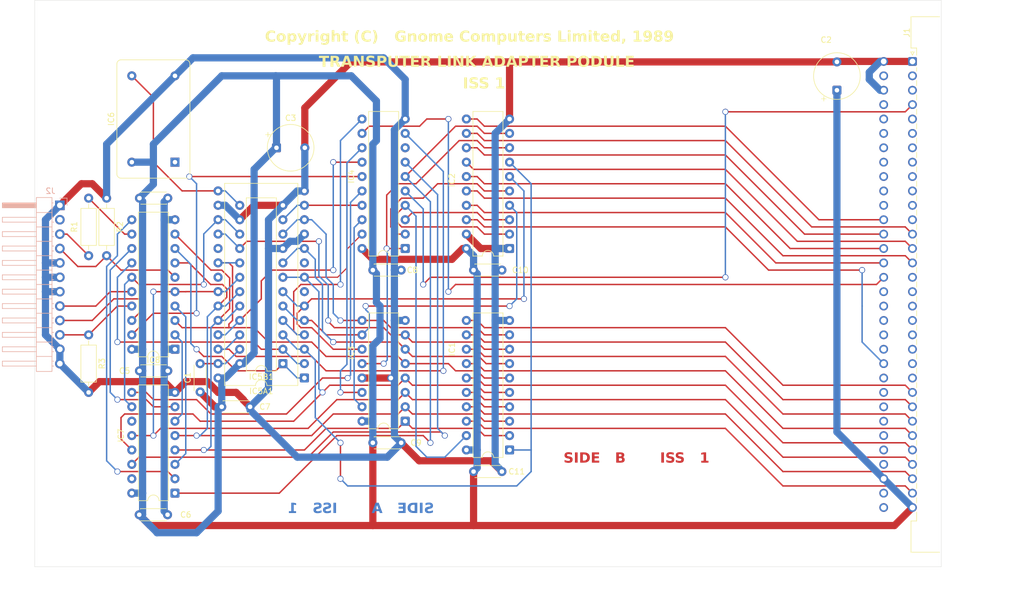
<source format=kicad_pcb>
(kicad_pcb (version 20241229) (generator "pcbnew") (generator_version "9.0")
  (title_block (title "TRANSPUTER LINK PODULE") (rev "ISS 1") (company "Gnome Computers Ltd, 1989") (comment 1 "Recreated by Phil Pemberton"))
  (layers (0 "F.Cu" signal) (2 "B.Cu" signal) (13 "F.Paste" user) (15 "B.Paste" user) (5 "F.SilkS" user "F.Silkscreen") (7 "B.SilkS" user "B.Silkscreen") (1 "F.Mask" user) (3 "B.Mask" user) (25 "Edge.Cuts" user))
  (net 0 "")
  (net 2 "/~{PROM_CE}")
  (net 48 "Net-(IC8-1Y3)")
  (net 49 "GND")
  (net 50 "+5V")
  (net 51 "/BD2")
  (net 52 "/BD5")
  (net 53 "/BD0")
  (net 54 "/BD4")
  (net 55 "/BD7")
  (net 56 "/BD6")
  (net 57 "/BD3")
  (net 58 "/BD1")
  (net 59 "/LA3")
  (net 60 "/PR{slash}~{W}")
  (net 61 "/LA4")
  (net 62 "/LA2")
  (net 63 "/~{RST}")
  (net 64 "/~{IORD}")
  (net 65 "/~{IOWR}")
  (net 66 "/~{PIRQ}")
  (net 67 "/~{PS}")
  (net 68 "/LA13")
  (net 69 "/~{RST}_BUF")
  (net 70 "/~{IOWR}_BUF")
  (net 71 "/~{IORD}_BUF")
  (net 72 "/~{PS}_BUF")
  (net 73 "/B_BD7")
  (net 74 "/B_BD0")
  (net 75 "/B_BD5")
  (net 76 "/B_BD3")
  (net 77 "/B_BD2")
  (net 78 "/B_BD1")
  (net 79 "/B_BD6")
  (net 80 "/B_BD4")
  (net 81 "/PR{slash}~{W}_BUF")
  (net 82 "/LA2_BUF")
  (net 83 "/LA4_BUF")
  (net 84 "/LA3_BUF")
  (net 85 "/PROM_A4")
  (net 86 "/CSRWrite")
  (net 87 "/~{CSR_ChipReset}")
  (net 88 "/CSR_ResetOut")
  (net 89 "/~{CSR_ResetOut}")
  (net 90 "/CSR_LinkSpeed")
  (net 91 "/~{CSR_AnalyseOut}")
  (net 92 "/CSR_AnalyseOut")
  (net 93 "/IMS_LinkOut")
  (net 94 "/EXT_AnalyseOut")
  (net 95 "/IMS_LinkIn")
  (net 96 "/EXT_ResetOut")
  (net 97 "/EXT_ErrorIn")
  (net 98 "/EXT_LinkIn")
  (net 99 "/EXT_LinkOut")
  (net 100 "/IMS_Reset")
  (net 101 "/IMS_~{CS}")
  (net 102 "/IMS_Clk")
  (net 103 "/IMS_InputInt")
  (net 104 "/IMS_CapMinus")
  (net 105 "/IMS_OutputInt")
  (net 106 "/~{CSRRead}")
  (footprint "Capacitor_THT:CP_Radial_Tantal_D8.0mm_P5.00mm" (layer "F.Cu") (at 154.305 27.94 90)
    (property "Reference" "C2")
    (property "Value" "6u8 16V TANT")
  )
  (footprint "Capacitor_THT:C_Disc_D4.3mm_W1.9mm_P5.00mm" (layer "F.Cu") (at 41.91 81.2 90)
    (property "Reference" "C1")
    (property "Value" "1u CER")
  )
  (footprint "Capacitor_THT:C_Disc_D4.3mm_W1.9mm_P5.00mm" (layer "F.Cu") (at 90.17 95.25)
    (property "Reference" "C11")
    (property "Value" "10n" (hide yes))
  )
  (footprint "Capacitor_THT:C_Disc_D4.3mm_W1.9mm_P5.00mm" (layer "F.Cu") (at 31.195 77.47)
    (property "Reference" "C5")
    (property "Value" "10n" (hide yes))
  )
  (footprint "Package_DIP:DIP-16_W7.62mm" (layer "F.Cu") (at 78.105 86.36 180)
    (property "Reference" "IC3")
    (property "Value" "N82S123AN")
  )
  (footprint "Connector_DIN:DIN41612_C_2x32_Male_Horizontal_THT" (layer "F.Cu") (at 167.64 22.86 -90)
    (property "Reference" "J1")
    (property "Value" "DIN41612_02x32_AC")
  )
  (footprint "Capacitor_THT:C_Disc_D4.3mm_W1.9mm_P5.00mm" (layer "F.Cu") (at 45.72 83.82)
    (property "Reference" "C7")
    (property "Value" "10n" (hide yes))
  )
  (footprint "Package_DIP:DIP-28_W15.24mm" (layer "F.Cu") (at 60.31 78.73 180)
    (property "Reference" "IC5A1")
    (property "Value" "IMSC011")
  )
  (footprint "Oscillator:Oscillator_DIP-14" (layer "F.Cu") (at 37.465 40.64 90)
    (property "Reference" "IC6")
    (property "Value" "5MHZ")
  )
  (footprint "Capacitor_THT:C_Disc_D4.3mm_W1.9mm_P5.00mm" (layer "F.Cu") (at 72.39 59.69)
    (property "Reference" "C8")
    (property "Value" "10n" (hide yes))
  )
  (footprint "Resistor_THT:R_Axial_DIN0207_L6.3mm_D2.5mm_P10.16mm_Horizontal" (layer "F.Cu") (at 22.225 46.99 -90)
    (property "Reference" "R1")
    (property "Value" "100R" (hide yes))
  )
  (footprint "Package_DIP:DIP-20_W7.62mm" (layer "F.Cu") (at 37.465 73.66 180)
    (property "Reference" "IC8")
    (property "Value" "74HCT244")
  )
  (footprint "Capacitor_THT:C_Disc_D4.3mm_W1.9mm_P5.00mm" (layer "F.Cu") (at 90.17 59.69)
    (property "Reference" "C10")
    (property "Value" "10n" (hide yes))
  )
  (footprint "Capacitor_THT:CP_Radial_Tantal_D8.0mm_P5.00mm" (layer "F.Cu") (at 55.382349 38.1)
    (property "Reference" "C3")
    (property "Value" "6u8 16V TANT" (hide yes))
  )
  (footprint "Package_DIP:DIP-16_W7.62mm" (layer "F.Cu") (at 37.465 99.06 180)
    (property "Reference" "IC7")
    (property "Value" "74HCT175")
  )
  (footprint "Resistor_THT:R_Axial_DIN0207_L6.3mm_D2.5mm_P10.16mm_Horizontal" (layer "F.Cu") (at 22.225 71.12 -90)
    (property "Reference" "R3")
    (property "Value" "100k" (hide yes))
  )
  (footprint "Package_DIP:DIP-20_W7.62mm" (layer "F.Cu") (at 96.52 91.44 180)
    (property "Reference" "IC1")
    (property "Value" "74HCT245")
  )
  (footprint "Package_DIP:DIP-24_W7.62mm" (layer "F.Cu") (at 56.515 76.2 180)
    (property "Reference" "IC5B1")
    (property "Value" "IMSC012")
  )
  (footprint "Capacitor_THT:C_Disc_D4.3mm_W1.9mm_P5.00mm" (layer "F.Cu") (at 72.39 90.17)
    (property "Reference" "C9")
    (property "Value" "10n" (hide yes))
  )
  (footprint "Resistor_THT:R_Axial_DIN0207_L6.3mm_D2.5mm_P10.16mm_Horizontal" (layer "F.Cu") (at 25.4 46.99 -90)
    (property "Reference" "R2")
    (property "Value" "10k" (hide yes))
  )
  (footprint "Capacitor_THT:C_Disc_D4.3mm_W1.9mm_P5.00mm" (layer "F.Cu") (at 31.155 102.87)
    (property "Reference" "C6")
    (property "Value" "10n" (hide yes))
  )
  (footprint "Capacitor_THT:C_Disc_D4.3mm_W1.9mm_P5.00mm" (layer "F.Cu") (at 31.195 46.99)
    (property "Reference" "C4" (hide yes))
    (property "Value" "10n" (hide yes))
  )
  (footprint "Package_DIP:DIP-20_W7.62mm" (layer "F.Cu") (at 78.105 55.88 180)
    (property "Reference" "IC4")
    (property "Value" "PAL16L8-25")
  )
  (footprint "Package_DIP:DIP-20_W7.62mm" (layer "F.Cu") (at 96.52 55.88 180)
    (property "Reference" "IC2")
    (property "Value" "74HCT245")
  )
  (footprint "Connector_PinHeader_2.54mm:PinHeader_1x12_P2.54mm_Horizontal" (layer "B.Cu") (at 17.145 48.26 180)
    (property "Reference" "J2")
    (property "Value" "Conn_01x12")
  )
  (gr_line (start 172.71 12.065) (end 172.71 112.065) (stroke (width 0.05)) (layer "Edge.Cuts"))
  (gr_line (start 172.71 112.065) (end 12.71 112.065) (stroke (width 0.05)) (layer "Edge.Cuts"))
  (gr_line (start 12.71 112.065) (end 12.71 12.065) (stroke (width 0.05)) (layer "Edge.Cuts"))
  (gr_line (start 12.71 12.065) (end 172.71 12.065) (stroke (width 0.05)) (layer "Edge.Cuts"))
  (gr_text "SIDE   B       ISS   1" (at 106.045 93.98 0) (layer "F.Cu") (effects (font (size 1.778 1.778) (thickness 0.3556) (bold yes)) (justify left bottom)))
  (gr_text "SIDE   A       ISS   1" (at 83.185 102.87 0) (layer "B.Cu") (effects (font (size 1.778 1.778) (thickness 0.3) (bold yes)) (justify left bottom mirror)))
  (gr_text "Copyright (C)   Gnome Computers Limited, 1989" (at 53.34 19.685 0) (layer "F.SilkS") (effects (font (size 1.905 1.905) (thickness 0.3) (bold yes)) (justify left bottom)))
  (gr_text "TRANSPUTER LINK ADAPTER PODULE" (at 62.865 24.13 0) (layer "F.SilkS") (effects (font (size 1.905 1.905) (thickness 0.3) (bold yes)) (justify left bottom)))
  (gr_text "ISS 1" (at 88.265 27.94 0) (layer "F.SilkS") (effects (font (size 1.905 1.905) (thickness 0.3) (bold yes)) (justify left bottom)))
  (segment (start 69.088 52.197) (end 70.485 50.8) (width 0.254) (layer "B.Cu") (net 2))
  (segment (start 69.088 82.423) (end 69.088 52.197) (width 0.254) (layer "B.Cu") (net 2))
  (segment (start 70.485 83.82) (end 69.088 82.423) (width 0.254) (layer "B.Cu") (net 2))
  (segment (start 29.845 53.34) (end 28.575 53.34) (width 0.254) (layer "F.Cu") (net 48))
  (segment (start 28.575 53.34) (end 22.225 46.99) (width 0.254) (layer "F.Cu") (net 48))
  (segment (start 93.345 93.425) (end 93.345 93.345) (width 1.27) (layer "F.Cu") (net 49))
  (segment (start 48.26 81.28) (end 49.53 82.55) (width 1.27) (layer "F.Cu") (net 49))
  (segment (start 96.52 55.88) (end 91.44 55.88) (width 1.27) (layer "F.Cu") (net 49))
  (segment (start 93.345 93.345) (end 80.565 93.345) (width 1.27) (layer "F.Cu") (net 49))
  (segment (start 95.17 95.25) (end 93.345 93.425) (width 1.27) (layer "F.Cu") (net 49))
  (segment (start 24.13 79.375) (end 35.56 79.375) (width 1.27) (layer "F.Cu") (net 49))
  (segment (start 49.53 82.55) (end 49.53 82.63) (width 1.27) (layer "F.Cu") (net 49))
  (segment (start 39.37 79.375) (end 43.18 79.375) (width 1.27) (layer "F.Cu") (net 49))
  (segment (start 43.18 79.375) (end 45.085 81.28) (width 1.27) (layer "F.Cu") (net 49))
  (segment (start 167.64 22.86) (end 162.56 22.86) (width 1.27) (layer "F.Cu") (net 49))
  (segment (start 48.895 50.8) (end 51.435 48.26) (width 1.27) (layer "F.Cu") (net 49))
  (segment (start 154.305 22.94) (end 96.52 22.94) (width 1.27) (layer "F.Cu") (net 49))
  (segment (start 37.465 81.28) (end 39.37 79.375) (width 1.27) (layer "F.Cu") (net 49))
  (segment (start 17.145 48.26) (end 20.955 44.45) (width 1.27) (layer "F.Cu") (net 49))
  (segment (start 96.52 22.94) (end 68.5 22.94) (width 1.27) (layer "F.Cu") (net 49))
  (segment (start 49.53 82.63) (end 50.72 83.82) (width 1.27) (layer "F.Cu") (net 49))
  (segment (start 22.225 81.28) (end 24.13 79.375) (width 1.27) (layer "F.Cu") (net 49))
  (segment (start 45.085 81.28) (end 48.26 81.28) (width 1.27) (layer "F.Cu") (net 49))
  (segment (start 91.44 55.88) (end 88.9 53.34) (width 1.27) (layer "F.Cu") (net 49))
  (segment (start 154.385 22.86) (end 154.305 22.94) (width 1.27) (layer "F.Cu") (net 49))
  (segment (start 162.56 22.86) (end 154.385 22.86) (width 1.27) (layer "F.Cu") (net 49))
  (segment (start 96.52 33.02) (end 96.52 22.94) (width 1.27) (layer "F.Cu") (net 49))
  (segment (start 51.435 48.26) (end 56.515 48.26) (width 1.27) (layer "F.Cu") (net 49))
  (segment (start 77.39 90.17) (end 80.565 93.345) (width 1.27) (layer "F.Cu") (net 49))
  (segment (start 35.56 79.375) (end 37.465 81.28) (width 1.27) (layer "F.Cu") (net 49))
  (segment (start 20.955 44.45) (end 22.86 44.45) (width 1.27) (layer "F.Cu") (net 49))
  (segment (start 60.382349 31.057651) (end 60.382349 38.1) (width 1.27) (layer "F.Cu") (net 49))
  (segment (start 22.86 44.45) (end 25.4 46.99) (width 1.27) (layer "F.Cu") (net 49))
  (segment (start 68.5 22.94) (end 60.382349 31.057651) (width 1.27) (layer "F.Cu") (net 49))
  (segment (start 70.485 78.74) (end 75.565 78.74) (width 1.27) (layer "F.Cu") (net 49))
  (via (at 75.565 78.74) (size 1.0668) (drill 0.8128) (layers "F.Cu" "B.Cu") (net 49))
  (segment (start 74.93 92.71) (end 77.39 90.25) (width 1.27) (layer "B.Cu") (net 49))
  (segment (start 17.145 58.42) (end 14.605 58.42) (width 1.27) (layer "B.Cu") (net 49))
  (segment (start 96.52 68.58) (end 93.98 68.58) (width 1.27) (layer "B.Cu") (net 49))
  (segment (start 161.925 27.94) (end 160.02 26.035) (width 1.27) (layer "B.Cu") (net 49))
  (segment (start 76.2 78.74) (end 75.565 78.74) (width 1.27) (layer "B.Cu") (net 49))
  (segment (start 17.145 63.5) (end 14.605 63.5) (width 1.27) (layer "B.Cu") (net 49))
  (segment (start 93.98 68.58) (end 93.98 59.69) (width 1.27) (layer "B.Cu") (net 49))
  (segment (start 35.56 77.47) (end 35.56 73.66) (width 1.27) (layer "B.Cu") (net 49))
  (segment (start 14.605 60.96) (end 14.605 58.42) (width 1.27) (layer "B.Cu") (net 49))
  (segment (start 37.465 50.8) (end 35.56 50.8) (width 1.27) (layer "B.Cu") (net 49))
  (segment (start 37.465 73.66) (end 35.56 73.66) (width 1.27) (layer "B.Cu") (net 49))
  (segment (start 161.925 22.86) (end 160.02 24.765) (width 1.27) (layer "B.Cu") (net 49))
  (segment (start 95.17 95.17) (end 95.17 95.25) (width 1.27) (layer "B.Cu") (net 49))
  (segment (start 60.382349 45.662651) (end 60.382349 38.1) (width 1.27) (layer "B.Cu") (net 49))
  (segment (start 76.2 88.98) (end 76.2 78.74) (width 1.27) (layer "B.Cu") (net 49))
  (segment (start 37.465 81.28) (end 35.56 81.28) (width 1.27) (layer "B.Cu") (net 49))
  (segment (start 35.56 50.8) (end 35.56 47.625) (width 1.27) (layer "B.Cu") (net 49))
  (segment (start 96.52 55.88) (end 93.98 55.88) (width 1.27) (layer "B.Cu") (net 49))
  (segment (start 53.975 55.88) (end 53.975 50.8) (width 1.27) (layer "B.Cu") (net 49))
  (segment (start 77.39 90.17) (end 76.2 88.98) (width 1.27) (layer "B.Cu") (net 49))
  (segment (start 93.98 68.58) (end 93.98 93.98) (width 1.27) (layer "B.Cu") (net 49))
  (segment (start 59.03 54.61) (end 57.785 54.61) (width 1.27) (layer "B.Cu") (net 49))
  (segment (start 93.98 35.56) (end 96.52 33.02) (width 1.27) (layer "B.Cu") (net 49))
  (segment (start 50.72 84.375) (end 59.055 92.71) (width 1.27) (layer "B.Cu") (net 49))
  (segment (start 25.4 46.99) (end 25.4 37.465) (width 1.27) (layer "B.Cu") (net 49))
  (segment (start 77.39 90.25) (end 77.39 90.17) (width 1.27) (layer "B.Cu") (net 49))
  (segment (start 59.055 45.72) (end 60.325 45.72) (width 1.27) (layer "B.Cu") (net 49))
  (segment (start 160.02 26.035) (end 160.02 24.765) (width 1.27) (layer "B.Cu") (net 49))
  (segment (start 35.56 73.66) (end 35.56 50.8) (width 1.27) (layer "B.Cu") (net 49))
  (segment (start 14.605 71.12) (end 14.605 63.5) (width 1.27) (layer "B.Cu") (net 49))
  (segment (start 17.145 76.2) (end 17.145 73.66) (width 1.27) (layer "B.Cu") (net 49))
  (segment (start 14.605 63.5) (end 14.605 60.96) (width 1.27) (layer "B.Cu") (net 49))
  (segment (start 53.895 80.645) (end 53.975 80.645) (width 1.27) (layer "B.Cu") (net 49))
  (segment (start 162.56 22.86) (end 161.925 22.86) (width 1.27) (layer "B.Cu") (net 49))
  (segment (start 17.145 60.96) (end 14.605 60.96) (width 1.27) (layer "B.Cu") (net 49))
  (segment (start 14.605 58.42) (end 14.605 50.8) (width 1.27) (layer "B.Cu") (net 49))
  (segment (start 93.98 59.69) (end 93.98 55.88) (width 1.27) (layer "B.Cu") (net 49))
  (segment (start 17.145 76.2) (end 22.225 81.28) (width 1.27) (layer "B.Cu") (net 49))
  (segment (start 53.975 50.8) (end 59.055 45.72) (width 1.27) (layer "B.Cu") (net 49))
  (segment (start 25.4 37.465) (end 37.465 25.4) (width 1.27) (layer "B.Cu") (net 49))
  (segment (start 17.145 73.66) (end 14.605 71.12) (width 1.27) (layer "B.Cu") (net 49))
  (segment (start 78.105 33.02) (end 76.2 34.925) (width 1.27) (layer "B.Cu") (net 49))
  (segment (start 36.195 77.47) (end 35.56 77.47) (width 1.27) (layer "B.Cu") (net 49))
  (segment (start 74.295 22.225) (end 40.64 22.225) (width 1.27) (layer "B.Cu") (net 49))
  (segment (start 56.515 55.88) (end 53.975 55.88) (width 1.27) (layer "B.Cu") (net 49))
  (segment (start 36.155 102.87) (end 36.155 102.83) (width 1.27) (layer "B.Cu") (net 49))
  (segment (start 35.56 102.235) (end 35.56 81.28) (width 1.27) (layer "B.Cu") (net 49))
  (segment (start 46.345 48.25) (end 48.895 50.8) (width 1.27) (layer "B.Cu") (net 49))
  (segment (start 76.2 68.58) (end 76.2 59.69) (width 1.27) (layer "B.Cu") (net 49))
  (segment (start 93.98 55.88) (end 93.98 35.56) (width 1.27) (layer "B.Cu") (net 49))
  (segment (start 45.07 48.25) (end 46.345 48.25) (width 1.27) (layer "B.Cu") (net 49))
  (segment (start 57.785 54.61) (end 56.515 55.88) (width 1.27) (layer "B.Cu") (net 49))
  (segment (start 35.56 47.625) (end 36.195 46.99) (width 1.27) (layer "B.Cu") (net 49))
  (segment (start 78.105 33.02) (end 78.105 26.035) (width 1.27) (layer "B.Cu") (net 49))
  (segment (start 35.56 81.28) (end 35.56 77.47) (width 1.27) (layer "B.Cu") (net 49))
  (segment (start 60.325 45.72) (end 60.382349 45.662651) (width 1.27) (layer "B.Cu") (net 49))
  (segment (start 93.98 93.98) (end 95.17 95.17) (width 1.27) (layer "B.Cu") (net 49))
  (segment (start 60.31 53.33) (end 59.03 54.61) (width 1.27) (layer "B.Cu") (net 49))
  (segment (start 78.105 68.58) (end 76.2 68.58) (width 1.27) (layer "B.Cu") (net 49))
  (segment (start 76.2 34.925) (end 76.2 59.69) (width 1.27) (layer "B.Cu") (net 49))
  (segment (start 93.98 59.69) (end 95.17 59.69) (width 1.27) (layer "B.Cu") (net 49))
  (segment (start 50.72 83.82) (end 53.895 80.645) (width 1.27) (layer "B.Cu") (net 49))
  (segment (start 36.155 102.83) (end 35.56 102.235) (width 1.27) (layer "B.Cu") (net 49))
  (segment (start 59.055 92.71) (end 74.93 92.71) (width 1.27) (layer "B.Cu") (net 49))
  (segment (start 50.72 83.82) (end 50.72 84.375) (width 1.27) (layer "B.Cu") (net 49))
  (segment (start 14.605 50.8) (end 17.145 48.26) (width 1.27) (layer "B.Cu") (net 49))
  (segment (start 40.64 22.225) (end 37.465 25.4) (width 1.27) (layer "B.Cu") (net 49))
  (segment (start 162.56 27.94) (end 161.925 27.94) (width 1.27) (layer "B.Cu") (net 49))
  (segment (start 76.2 78.74) (end 76.2 68.58) (width 1.27) (layer "B.Cu") (net 49))
  (segment (start 77.39 59.69) (end 76.2 59.69) (width 1.27) (layer "B.Cu") (net 49))
  (segment (start 78.105 26.035) (end 74.295 22.225) (width 1.27) (layer "B.Cu") (net 49))
  (segment (start 53.975 80.645) (end 53.975 55.88) (width 1.27) (layer "B.Cu") (net 49))
  (segment (start 88.9 55.88) (end 88.265 55.88) (width 1.27) (layer "F.Cu") (net 50))
  (segment (start 72.39 104.775) (end 90.17 104.775) (width 1.27) (layer "F.Cu") (net 50))
  (segment (start 33.06 104.775) (end 72.39 104.775) (width 1.27) (layer "F.Cu") (net 50))
  (segment (start 86.36 57.785) (end 72.39 57.785) (width 1.27) (layer "F.Cu") (net 50))
  (segment (start 44.45 83.82) (end 45.72 83.82) (width 1.27) (layer "F.Cu") (net 50))
  (segment (start 72.39 57.785) (end 70.485 55.88) (width 1.27) (layer "F.Cu") (net 50))
  (segment (start 88.265 55.88) (end 86.36 57.785) (width 1.27) (layer "F.Cu") (net 50))
  (segment (start 44.45 83.74) (end 44.45 83.82) (width 1.27) (layer "F.Cu") (net 50))
  (segment (start 72.39 90.17) (end 72.39 104.775) (width 1.27) (layer "F.Cu") (net 50))
  (segment (start 90.17 95.25) (end 90.17 104.775) (width 1.27) (layer "F.Cu") (net 50))
  (segment (start 41.91 81.2) (end 44.45 83.74) (width 1.27) (layer "F.Cu") (net 50))
  (segment (start 164.465 104.775) (end 167.64 101.6) (width 1.27) (layer "F.Cu") (net 50))
  (segment (start 31.155 102.87) (end 33.06 104.775) (width 1.27) (layer "F.Cu") (net 50))
  (segment (start 90.17 104.775) (end 164.465 104.775) (width 1.27) (layer "F.Cu") (net 50))
  (segment (start 90.805 60.325) (end 90.805 91.44) (width 1.27) (layer "B.Cu") (net 50))
  (segment (start 68.58 25.4) (end 73.025 29.845) (width 1.27) (layer "B.Cu") (net 50))
  (segment (start 55.382349 25.537349) (end 55.245 25.4) (width 1.27) (layer "B.Cu") (net 50))
  (segment (start 31.75 99.06) (end 29.845 99.06) (width 1.27) (layer "B.Cu") (net 50))
  (segment (start 31.75 73.66) (end 31.75 47.545) (width 1.27) (layer "B.Cu") (net 50))
  (segment (start 31.155 102.87) (end 34.29 106.005) (width 1.27) (layer "B.Cu") (net 50))
  (segment (start 72.39 86.36) (end 72.39 90.17) (width 1.27) (layer "B.Cu") (net 50))
  (segment (start 33.655 44.53) (end 33.655 40.64) (width 1.27) (layer "B.Cu") (net 50))
  (segment (start 31.75 102.87) (end 31.75 99.06) (width 1.27) (layer "B.Cu") (net 50))
  (segment (start 33.655 37.465) (end 45.72 25.4) (width 1.27) (layer "B.Cu") (net 50))
  (segment (start 72.39 37.465) (end 72.39 59.69) (width 1.27) (layer "B.Cu") (net 50))
  (segment (start 90.17 95.25) (end 90.805 94.615) (width 1.27) (layer "B.Cu") (net 50))
  (segment (start 51.435 74.295) (end 49.53 76.2) (width 1.27) (layer "B.Cu") (net 50))
  (segment (start 73.66 66.04) (end 73.025 65.405) (width 1.27) (layer "B.Cu") (net 50))
  (segment (start 73.025 65.405) (end 73.025 60.325) (width 1.27) (layer "B.Cu") (net 50))
  (segment (start 45.72 25.4) (end 55.245 25.4) (width 1.27) (layer "B.Cu") (net 50))
  (segment (start 90.17 57.15) (end 88.9 55.88) (width 1.27) (layer "B.Cu") (net 50))
  (segment (start 55.245 25.4) (end 68.58 25.4) (width 1.27) (layer "B.Cu") (net 50))
  (segment (start 90.17 59.69) (end 90.17 57.15) (width 1.27) (layer "B.Cu") (net 50))
  (segment (start 70.485 86.36) (end 72.39 86.36) (width 1.27) (layer "B.Cu") (net 50))
  (segment (start 90.805 91.44) (end 88.9 91.44) (width 1.27) (layer "B.Cu") (net 50))
  (segment (start 33.655 40.64) (end 29.845 40.64) (width 1.27) (layer "B.Cu") (net 50))
  (segment (start 162.56 96.52) (end 167.64 101.6) (width 1.27) (layer "B.Cu") (net 50))
  (segment (start 73.025 36.83) (end 72.39 37.465) (width 1.27) (layer "B.Cu") (net 50))
  (segment (start 48.895 76.2) (end 46.355 78.74) (width 1.27) (layer "B.Cu") (net 50))
  (segment (start 45.72 83.82) (end 45.72 78.74) (width 1.27) (layer "B.Cu") (net 50))
  (segment (start 45.085 102.235) (end 45.085 83.82) (width 1.27) (layer "B.Cu") (net 50))
  (segment (start 90.805 94.615) (end 90.805 91.44) (width 1.27) (layer "B.Cu") (net 50))
  (segment (start 55.245 38.1) (end 51.435 41.91) (width 1.27) (layer "B.Cu") (net 50))
  (segment (start 90.17 59.69) (end 90.805 60.325) (width 1.27) (layer "B.Cu") (net 50))
  (segment (start 31.75 73.66) (end 31.75 77.47) (width 1.27) (layer "B.Cu") (net 50))
  (segment (start 31.75 77.47) (end 31.75 99.06) (width 1.27) (layer "B.Cu") (net 50))
  (segment (start 72.39 73.025) (end 72.39 86.36) (width 1.27) (layer "B.Cu") (net 50))
  (segment (start 73.66 71.755) (end 72.39 73.025) (width 1.27) (layer "B.Cu") (net 50))
  (segment (start 51.435 41.91) (end 51.435 74.295) (width 1.27) (layer "B.Cu") (net 50))
  (segment (start 55.382349 38.1) (end 55.382349 25.537349) (width 1.27) (layer "B.Cu") (net 50))
  (segment (start 41.275 106.045) (end 45.085 102.235) (width 1.27) (layer "B.Cu") (net 50))
  (segment (start 31.195 46.99) (end 33.655 44.53) (width 1.27) (layer "B.Cu") (net 50))
  (segment (start 46.355 78.74) (end 45.72 78.74) (width 1.27) (layer "B.Cu") (net 50))
  (segment (start 33.655 40.64) (end 33.655 37.465) (width 1.27) (layer "B.Cu") (net 50))
  (segment (start 31.75 47.545) (end 31.195 46.99) (width 1.27) (layer "B.Cu") (net 50))
  (segment (start 73.025 29.845) (end 73.025 36.83) (width 1.27) (layer "B.Cu") (net 50))
  (segment (start 73.025 60.325) (end 72.39 59.69) (width 1.27) (layer "B.Cu") (net 50))
  (segment (start 31.195 77.47) (end 31.75 77.47) (width 1.27) (layer "B.Cu") (net 50))
  (segment (start 34.29 106.005) (end 34.29 106.045) (width 1.27) (layer "B.Cu") (net 50))
  (segment (start 154.305 88.265) (end 162.56 96.52) (width 1.27) (layer "B.Cu") (net 50))
  (segment (start 45.72 83.82) (end 45.085 83.82) (width 1.27) (layer "B.Cu") (net 50))
  (segment (start 31.155 102.87) (end 31.75 102.87) (width 1.27) (layer "B.Cu") (net 50))
  (segment (start 34.29 106.045) (end 41.275 106.045) (width 1.27) (layer "B.Cu") (net 50))
  (segment (start 55.382349 38.1) (end 55.245 38.1) (width 1.27) (layer "B.Cu") (net 50))
  (segment (start 73.66 71.755) (end 73.66 66.04) (width 1.27) (layer "B.Cu") (net 50))
  (segment (start 29.845 73.66) (end 31.75 73.66) (width 1.27) (layer "B.Cu") (net 50))
  (segment (start 154.305 27.94) (end 154.305 88.265) (width 1.27) (layer "B.Cu") (net 50))
  (segment (start 49.53 76.2) (end 48.895 76.2) (width 1.27) (layer "B.Cu") (net 50))
  (segment (start 92.075 82.55) (end 90.805 81.28) (width 0.254) (layer "F.Cu") (net 51))
  (segment (start 90.805 81.28) (end 88.9 81.28) (width 0.254) (layer "F.Cu") (net 51))
  (segment (start 167.64 93.98) (end 166.37 92.71) (width 0.254) (layer "F.Cu") (net 51))
  (segment (start 134.62 82.55) (end 92.075 82.55) (width 0.254) (layer "F.Cu") (net 51))
  (segment (start 144.78 92.71) (end 134.62 82.55) (width 0.254) (layer "F.Cu") (net 51))
  (segment (start 166.37 92.71) (end 144.78 92.71) (width 0.254) (layer "F.Cu") (net 51))
  (segment (start 167.64 86.36) (end 166.37 85.09) (width 0.254) (layer "F.Cu") (net 52))
  (segment (start 166.37 85.09) (end 144.78 85.09) (width 0.254) (layer "F.Cu") (net 52))
  (segment (start 90.805 73.66) (end 88.9 73.66) (width 0.254) (layer "F.Cu") (net 52))
  (segment (start 134.62 74.93) (end 92.075 74.93) (width 0.254) (layer "F.Cu") (net 52))
  (segment (start 92.075 74.93) (end 90.805 73.66) (width 0.254) (layer "F.Cu") (net 52))
  (segment (start 144.78 85.09) (end 134.62 74.93) (width 0.254) (layer "F.Cu") (net 52))
  (segment (start 144.78 97.79) (end 134.62 87.63) (width 0.254) (layer "F.Cu") (net 53))
  (segment (start 166.37 97.79) (end 144.78 97.79) (width 0.254) (layer "F.Cu") (net 53))
  (segment (start 134.62 87.63) (end 92.075 87.63) (width 0.254) (layer "F.Cu") (net 53))
  (segment (start 90.805 86.36) (end 88.9 86.36) (width 0.254) (layer "F.Cu") (net 53))
  (segment (start 92.075 87.63) (end 90.805 86.36) (width 0.254) (layer "F.Cu") (net 53))
  (segment (start 167.64 99.06) (end 166.37 97.79) (width 0.254) (layer "F.Cu") (net 53))
  (segment (start 166.37 87.63) (end 144.78 87.63) (width 0.254) (layer "F.Cu") (net 54))
  (segment (start 134.62 77.47) (end 92.075 77.47) (width 0.254) (layer "F.Cu") (net 54))
  (segment (start 90.805 76.2) (end 88.9 76.2) (width 0.254) (layer "F.Cu") (net 54))
  (segment (start 144.78 87.63) (end 134.62 77.47) (width 0.254) (layer "F.Cu") (net 54))
  (segment (start 92.075 77.47) (end 90.805 76.2) (width 0.254) (layer "F.Cu") (net 54))
  (segment (start 167.64 88.9) (end 166.37 87.63) (width 0.254) (layer "F.Cu") (net 54))
  (segment (start 167.64 81.28) (end 166.37 80.01) (width 0.254) (layer "F.Cu") (net 55))
  (segment (start 166.37 80.01) (end 144.78 80.01) (width 0.254) (layer "F.Cu") (net 55))
  (segment (start 144.78 80.01) (end 134.62 69.85) (width 0.254) (layer "F.Cu") (net 55))
  (segment (start 92.075 69.85) (end 90.805 68.58) (width 0.254) (layer "F.Cu") (net 55))
  (segment (start 90.805 68.58) (end 88.9 68.58) (width 0.254) (layer "F.Cu") (net 55))
  (segment (start 134.62 69.85) (end 92.075 69.85) (width 0.254) (layer "F.Cu") (net 55))
  (segment (start 90.805 71.12) (end 92.075 72.39) (width 0.254) (layer "F.Cu") (net 56))
  (segment (start 144.78 82.55) (end 166.37 82.55) (width 0.254) (layer "F.Cu") (net 56))
  (segment (start 92.075 72.39) (end 134.62 72.39) (width 0.254) (layer "F.Cu") (net 56))
  (segment (start 134.62 72.39) (end 144.78 82.55) (width 0.254) (layer "F.Cu") (net 56))
  (segment (start 88.9 71.12) (end 90.805 71.12) (width 0.254) (layer "F.Cu") (net 56))
  (segment (start 166.37 82.55) (end 167.64 83.82) (width 0.254) (layer "F.Cu") (net 56))
  (segment (start 90.805 78.74) (end 88.9 78.74) (width 0.254) (layer "F.Cu") (net 57))
  (segment (start 167.64 91.44) (end 166.37 90.17) (width 0.254) (layer "F.Cu") (net 57))
  (segment (start 134.62 80.01) (end 92.075 80.01) (width 0.254) (layer "F.Cu") (net 57))
  (segment (start 166.37 90.17) (end 144.78 90.17) (width 0.254) (layer "F.Cu") (net 57))
  (segment (start 144.78 90.17) (end 134.62 80.01) (width 0.254) (layer "F.Cu") (net 57))
  (segment (start 92.075 80.01) (end 90.805 78.74) (width 0.254) (layer "F.Cu") (net 57))
  (segment (start 166.37 95.25) (end 144.78 95.25) (width 0.254) (layer "F.Cu") (net 58))
  (segment (start 90.805 83.82) (end 88.9 83.82) (width 0.254) (layer "F.Cu") (net 58))
  (segment (start 167.64 96.52) (end 166.37 95.25) (width 0.254) (layer "F.Cu") (net 58))
  (segment (start 144.78 95.25) (end 134.62 85.09) (width 0.254) (layer "F.Cu") (net 58))
  (segment (start 92.075 85.09) (end 90.805 83.82) (width 0.254) (layer "F.Cu") (net 58))
  (segment (start 134.62 85.09) (end 92.075 85.09) (width 0.254) (layer "F.Cu") (net 58))
  (segment (start 167.64 55.88) (end 166.37 54.61) (width 0.254) (layer "F.Cu") (net 59))
  (segment (start 90.17 41.91) (end 88.9 40.64) (width 0.254) (layer "F.Cu") (net 59))
  (segment (start 147.32 54.61) (end 134.62 41.91) (width 0.254) (layer "F.Cu") (net 59))
  (segment (start 166.37 54.61) (end 147.32 54.61) (width 0.254) (layer "F.Cu") (net 59))
  (segment (start 134.62 41.91) (end 90.17 41.91) (width 0.254) (layer "F.Cu") (net 59))
  (segment (start 92.075 39.37) (end 134.62 39.37) (width 0.254) (layer "F.Cu") (net 60))
  (segment (start 134.62 39.37) (end 148.59 53.34) (width 0.254) (layer "F.Cu") (net 60))
  (segment (start 90.805 38.1) (end 92.075 39.37) (width 0.254) (layer "F.Cu") (net 60))
  (segment (start 88.9 38.1) (end 90.805 38.1) (width 0.254) (layer "F.Cu") (net 60))
  (segment (start 148.59 53.34) (end 162.56 53.34) (width 0.254) (layer "F.Cu") (net 60))
  (segment (start 92.075 36.83) (end 90.805 35.56) (width 0.254) (layer "F.Cu") (net 61))
  (segment (start 167.64 53.34) (end 166.37 52.07) (width 0.254) (layer "F.Cu") (net 61))
  (segment (start 90.805 35.56) (end 88.9 35.56) (width 0.254) (layer "F.Cu") (net 61))
  (segment (start 166.37 52.07) (end 149.86 52.07) (width 0.254) (layer "F.Cu") (net 61))
  (segment (start 134.62 36.83) (end 92.075 36.83) (width 0.254) (layer "F.Cu") (net 61))
  (segment (start 149.86 52.07) (end 134.62 36.83) (width 0.254) (layer "F.Cu") (net 61))
  (segment (start 144.78 57.15) (end 134.62 46.99) (width 0.254) (layer "F.Cu") (net 62))
  (segment (start 92.075 46.99) (end 90.805 45.72) (width 0.254) (layer "F.Cu") (net 62))
  (segment (start 90.805 45.72) (end 88.9 45.72) (width 0.254) (layer "F.Cu") (net 62))
  (segment (start 167.64 58.42) (end 166.37 57.15) (width 0.254) (layer "F.Cu") (net 62))
  (segment (start 166.37 57.15) (end 144.78 57.15) (width 0.254) (layer "F.Cu") (net 62))
  (segment (start 134.62 46.99) (end 92.075 46.99) (width 0.254) (layer "F.Cu") (net 62))
  (segment (start 151.13 50.8) (end 162.56 50.8) (width 0.254) (layer "F.Cu") (net 63))
  (segment (start 88.9 33.02) (end 90.805 33.02) (width 0.254) (layer "F.Cu") (net 63))
  (segment (start 90.805 33.02) (end 92.075 34.29) (width 0.254) (layer "F.Cu") (net 63))
  (segment (start 92.075 34.29) (end 134.62 34.29) (width 0.254) (layer "F.Cu") (net 63))
  (segment (start 134.62 34.29) (end 151.13 50.8) (width 0.254) (layer "F.Cu") (net 63))
  (segment (start 92.075 49.53) (end 90.805 48.26) (width 0.254) (layer "F.Cu") (net 64))
  (segment (start 90.805 48.26) (end 88.9 48.26) (width 0.254) (layer "F.Cu") (net 64))
  (segment (start 143.51 58.42) (end 134.62 49.53) (width 0.254) (layer "F.Cu") (net 64))
  (segment (start 162.56 58.42) (end 143.51 58.42) (width 0.254) (layer "F.Cu") (net 64))
  (segment (start 134.62 49.53) (end 92.075 49.53) (width 0.254) (layer "F.Cu") (net 64))
  (segment (start 134.62 44.45) (end 146.05 55.88) (width 0.254) (layer "F.Cu") (net 65))
  (segment (start 92.075 44.45) (end 134.62 44.45) (width 0.254) (layer "F.Cu") (net 65))
  (segment (start 88.9 43.18) (end 90.805 43.18) (width 0.254) (layer "F.Cu") (net 65))
  (segment (start 90.805 43.18) (end 92.075 44.45) (width 0.254) (layer "F.Cu") (net 65))
  (segment (start 146.05 55.88) (end 162.56 55.88) (width 0.254) (layer "F.Cu") (net 65))
  (segment (start 71.755 34.29) (end 72.39 34.29) (width 0.254) (layer "F.Cu") (net 66))
  (segment (start 72.39 34.29) (end 80.645 34.29) (width 0.254) (layer "F.Cu") (net 66))
  (segment (start 86.995 62.23) (end 161.29 62.23) (width 0.254) (layer "F.Cu") (net 66))
  (segment (start 85.725 63.5) (end 86.995 62.23) (width 0.254) (layer "F.Cu") (net 66))
  (segment (start 70.485 35.56) (end 71.755 34.29) (width 0.254) (layer "F.Cu") (net 66))
  (segment (start 161.29 62.23) (end 162.56 60.96) (width 0.254) (layer "F.Cu") (net 66))
  (segment (start 81.915 33.02) (end 85.725 33.02) (width 0.254) (layer "F.Cu") (net 66))
  (segment (start 80.645 34.29) (end 81.915 33.02) (width 0.254) (layer "F.Cu") (net 66))
  (via (at 85.725 63.5) (size 1.0668) (drill 0.8128) (layers "F.Cu" "B.Cu") (net 66))
  (via (at 85.725 33.02) (size 1.0668) (drill 0.8128) (layers "F.Cu" "B.Cu") (net 66))
  (segment (start 85.725 33.02) (end 85.725 63.5) (width 0.254) (layer "B.Cu") (net 66))
  (segment (start 142.24 59.69) (end 134.62 52.07) (width 0.254) (layer "F.Cu") (net 67))
  (segment (start 134.62 52.07) (end 92.075 52.07) (width 0.254) (layer "F.Cu") (net 67))
  (segment (start 90.805 50.8) (end 88.9 50.8) (width 0.254) (layer "F.Cu") (net 67))
  (segment (start 158.75 59.69) (end 142.24 59.69) (width 0.254) (layer "F.Cu") (net 67))
  (segment (start 92.075 52.07) (end 90.805 50.8) (width 0.254) (layer "F.Cu") (net 67))
  (via (at 158.75 59.69) (size 1.0668) (drill 0.8128) (layers "F.Cu" "B.Cu") (net 67))
  (segment (start 158.75 66.04) (end 158.75 59.69) (width 0.254) (layer "B.Cu") (net 67))
  (segment (start 162.56 76.2) (end 158.75 72.39) (width 0.254) (layer "B.Cu") (net 67))
  (segment (start 158.75 72.39) (end 158.75 66.04) (width 0.254) (layer "B.Cu") (net 67))
  (segment (start 134.62 31.75) (end 166.37 31.75) (width 0.254) (layer "F.Cu") (net 68))
  (segment (start 166.37 31.75) (end 167.64 30.48) (width 0.254) (layer "F.Cu") (net 68))
  (segment (start 82.55 60.96) (end 95.25 60.96) (width 0.254) (layer "F.Cu") (net 68))
  (segment (start 81.28 62.23) (end 82.55 60.96) (width 0.254) (layer "F.Cu") (net 68))
  (segment (start 95.25 60.96) (end 134.62 60.96) (width 0.254) (layer "F.Cu") (net 68))
  (via (at 134.62 31.75) (size 1.0668) (drill 0.8128) (layers "F.Cu" "B.Cu") (net 68))
  (via (at 134.62 60.96) (size 1.0668) (drill 0.8128) (layers "F.Cu" "B.Cu") (net 68))
  (via (at 81.28 62.23) (size 1.0668) (drill 0.8128) (layers "F.Cu" "B.Cu") (net 68))
  (segment (start 81.28 48.895) (end 81.28 62.23) (width 0.254) (layer "B.Cu") (net 68))
  (segment (start 134.62 60.96) (end 134.62 31.75) (width 0.254) (layer "B.Cu") (net 68))
  (segment (start 78.105 45.72) (end 81.28 48.895) (width 0.254) (layer "B.Cu") (net 68))
  (segment (start 90.805 34.29) (end 92.075 35.56) (width 0.254) (layer "F.Cu") (net 69))
  (segment (start 92.075 35.56) (end 96.52 35.56) (width 0.254) (layer "F.Cu") (net 69))
  (segment (start 55.88 99.06) (end 37.465 99.06) (width 0.254) (layer "F.Cu") (net 69))
  (segment (start 82.55 90.17) (end 81.28 88.9) (width 0.254) (layer "F.Cu") (net 69))
  (segment (start 66.04 88.9) (end 55.88 99.06) (width 0.254) (layer "F.Cu") (net 69))
  (segment (start 86.995 34.29) (end 90.805 34.29) (width 0.254) (layer "F.Cu") (net 69))
  (segment (start 81.28 88.9) (end 66.04 88.9) (width 0.254) (layer "F.Cu") (net 69))
  (segment (start 78.105 43.18) (end 86.995 34.29) (width 0.254) (layer "F.Cu") (net 69))
  (via (at 82.55 90.17) (size 1.0668) (drill 0.8128) (layers "F.Cu" "B.Cu") (net 69))
  (segment (start 78.105 43.18) (end 82.55 47.625) (width 0.254) (layer "B.Cu") (net 69))
  (segment (start 82.55 47.625) (end 82.55 90.17) (width 0.254) (layer "B.Cu") (net 69))
  (segment (start 75.565 52.07) (end 76.835 53.34) (width 0.254) (layer "F.Cu") (net 70))
  (segment (start 75.565 48.895) (end 75.565 52.07) (width 0.254) (layer "F.Cu") (net 70))
  (segment (start 77.47 46.99) (end 75.565 48.895) (width 0.254) (layer "F.Cu") (net 70))
  (segment (start 96.52 45.72) (end 92.075 45.72) (width 0.254) (layer "F.Cu") (net 70))
  (segment (start 92.075 45.72) (end 90.805 44.45) (width 0.254) (layer "F.Cu") (net 70))
  (segment (start 90.805 44.45) (end 83.82 44.45) (width 0.254) (layer "F.Cu") (net 70))
  (segment (start 83.82 44.45) (end 81.28 46.99) (width 0.254) (layer "F.Cu") (net 70))
  (segment (start 81.28 46.99) (end 77.47 46.99) (width 0.254) (layer "F.Cu") (net 70))
  (segment (start 76.835 53.34) (end 78.105 53.34) (width 0.254) (layer "F.Cu") (net 70))
  (segment (start 79.375 49.53) (end 78.105 50.8) (width 0.254) (layer "F.Cu") (net 71))
  (segment (start 96.52 50.8) (end 92.075 50.8) (width 0.254) (layer "F.Cu") (net 71))
  (segment (start 90.805 49.53) (end 79.375 49.53) (width 0.254) (layer "F.Cu") (net 71))
  (segment (start 92.075 50.8) (end 90.805 49.53) (width 0.254) (layer "F.Cu") (net 71))
  (segment (start 90.805 52.07) (end 92.075 53.34) (width 0.254) (layer "F.Cu") (net 72))
  (segment (start 78.105 48.26) (end 76.2 50.165) (width 0.254) (layer "F.Cu") (net 72))
  (segment (start 76.835 51.435) (end 77.47 52.07) (width 0.254) (layer "F.Cu") (net 72))
  (segment (start 92.075 53.34) (end 96.52 53.34) (width 0.254) (layer "F.Cu") (net 72))
  (segment (start 76.2 50.8) (end 76.5175 51.1175) (width 0.254) (layer "F.Cu") (net 72))
  (segment (start 76.2 50.165) (end 76.2 50.8) (width 0.254) (layer "F.Cu") (net 72))
  (segment (start 77.47 52.07) (end 90.805 52.07) (width 0.254) (layer "F.Cu") (net 72))
  (segment (start 76.5175 51.1175) (end 76.835 51.435) (width 0.254) (layer "F.Cu") (net 72))
  (segment (start 80.01 90.805) (end 80.01 50.165) (width 0.254) (layer "B.Cu") (net 72))
  (segment (start 88.9 88.9) (end 85.09 92.71) (width 0.254) (layer "B.Cu") (net 72))
  (segment (start 81.915 92.71) (end 80.01 90.805) (width 0.254) (layer "B.Cu") (net 72))
  (segment (start 80.01 50.165) (end 78.105 48.26) (width 0.254) (layer "B.Cu") (net 72))
  (segment (start 85.09 92.71) (end 81.915 92.71) (width 0.254) (layer "B.Cu") (net 72))
  (segment (start 70.485 68.58) (end 74.295 68.58) (width 0.254) (layer "F.Cu") (net 73))
  (segment (start 92.075 71.12) (end 96.52 71.12) (width 0.254) (layer "F.Cu") (net 73))
  (segment (start 66.675 68.58) (end 70.485 68.58) (width 0.254) (layer "F.Cu") (net 73))
  (segment (start 90.805 69.85) (end 92.075 71.12) (width 0.254) (layer "F.Cu") (net 73))
  (segment (start 74.295 68.58) (end 75.565 69.85) (width 0.254) (layer "F.Cu") (net 73))
  (segment (start 75.565 69.85) (end 90.805 69.85) (width 0.254) (layer "F.Cu") (net 73))
  (via (at 66.675 68.58) (size 1.0668) (drill 0.8128) (layers "F.Cu" "B.Cu") (net 73))
  (segment (start 65.405 62.23) (end 65.405 67.31) (width 0.254) (layer "B.Cu") (net 73))
  (segment (start 65.405 67.31) (end 66.675 68.58) (width 0.254) (layer "B.Cu") (net 73))
  (segment (start 61.585 50.79) (end 64.135 53.34) (width 0.254) (layer "B.Cu") (net 73))
  (segment (start 64.135 60.96) (end 65.405 62.23) (width 0.254) (layer "B.Cu") (net 73))
  (segment (start 56.515 53.34) (end 59.065 50.79) (width 0.254) (layer "B.Cu") (net 73))
  (segment (start 64.135 53.34) (end 64.135 60.96) (width 0.254) (layer "B.Cu") (net 73))
  (segment (start 60.31 50.79) (end 61.585 50.79) (width 0.254) (layer "B.Cu") (net 73))
  (segment (start 59.065 50.79) (end 60.31 50.79) (width 0.254) (layer "B.Cu") (net 73))
  (segment (start 47.117 61.087) (end 47.117 66.523) (width 0.254) (layer "F.Cu") (net 74))
  (segment (start 64.135 87.63) (end 60.325 91.44) (width 0.254) (layer "F.Cu") (net 74))
  (segment (start 78.105 86.36) (end 76.835 87.63) (width 0.254) (layer "F.Cu") (net 74))
  (segment (start 37.465 53.34) (end 43.815 59.69) (width 0.254) (layer "F.Cu") (net 74))
  (segment (start 92.075 88.9) (end 96.52 88.9) (width 0.254) (layer "F.Cu") (net 74))
  (segment (start 43.815 59.69) (end 45.72 59.69) (width 0.254) (layer "F.Cu") (net 74))
  (segment (start 45.72 59.69) (end 47.117 61.087) (width 0.254) (layer "F.Cu") (net 74))
  (segment (start 42.545 91.44) (end 41.91 91.44) (width 0.254) (layer "F.Cu") (net 74))
  (segment (start 47.117 66.523) (end 45.07 68.57) (width 0.254) (layer "F.Cu") (net 74))
  (segment (start 79.375 87.63) (end 90.805 87.63) (width 0.254) (layer "F.Cu") (net 74))
  (segment (start 76.835 87.63) (end 64.135 87.63) (width 0.254) (layer "F.Cu") (net 74))
  (segment (start 90.805 87.63) (end 92.075 88.9) (width 0.254) (layer "F.Cu") (net 74))
  (segment (start 60.325 91.44) (end 37.465 91.44) (width 0.254) (layer "F.Cu") (net 74))
  (segment (start 78.105 86.36) (end 79.375 87.63) (width 0.254) (layer "F.Cu") (net 74))
  (via (at 42.545 91.44) (size 1.0668) (drill 0.8128) (layers "F.Cu" "B.Cu") (net 74))
  (segment (start 43.815 69.825) (end 43.815 90.805) (width 0.254) (layer "B.Cu") (net 74))
  (segment (start 45.07 68.57) (end 43.815 69.825) (width 0.254) (layer "B.Cu") (net 74))
  (segment (start 45.07 68.57) (end 46.365 68.57) (width 0.254) (layer "B.Cu") (net 74))
  (segment (start 43.18 91.44) (end 42.545 91.44) (width 0.254) (layer "B.Cu") (net 74))
  (segment (start 43.815 90.805) (end 43.18 91.44) (width 0.254) (layer "B.Cu") (net 74))
  (segment (start 46.365 68.57) (end 48.895 66.04) (width 0.254) (layer "B.Cu") (net 74))
  (segment (start 92.3925 76.2) (end 96.52 76.2) (width 0.254) (layer "F.Cu") (net 75))
  (segment (start 78.105 73.66) (end 79.375 74.93) (width 0.254) (layer "F.Cu") (net 75))
  (segment (start 91.1225 74.93) (end 92.3925 76.2) (width 0.254) (layer "F.Cu") (net 75))
  (segment (start 65.405 72.39) (end 76.835 72.39) (width 0.254) (layer "F.Cu") (net 75))
  (segment (start 79.375 74.93) (end 91.1225 74.93) (width 0.254) (layer "F.Cu") (net 75))
  (segment (start 76.835 72.39) (end 78.105 73.66) (width 0.254) (layer "F.Cu") (net 75))
  (via (at 65.405 72.39) (size 1.0668) (drill 0.8128) (layers "F.Cu" "B.Cu") (net 75))
  (segment (start 56.515 58.42) (end 59.065 55.87) (width 0.254) (layer "B.Cu") (net 75))
  (segment (start 62.23 60.96) (end 63.5 62.23) (width 0.254) (layer "B.Cu") (net 75))
  (segment (start 63.5 62.23) (end 63.5 70.485) (width 0.254) (layer "B.Cu") (net 75))
  (segment (start 60.31 55.87) (end 62.23 57.79) (width 0.254) (layer "B.Cu") (net 75))
  (segment (start 62.23 57.79) (end 62.23 60.96) (width 0.254) (layer "B.Cu") (net 75))
  (segment (start 59.065 55.87) (end 60.31 55.87) (width 0.254) (layer "B.Cu") (net 75))
  (segment (start 63.5 70.485) (end 65.405 72.39) (width 0.254) (layer "B.Cu") (net 75))
  (segment (start 66.177 60.95) (end 60.31 60.95) (width 0.2) (layer "F.Cu") (net 76))
  (segment (start 78.105 78.74) (end 76.835 80.01) (width 0.254) (layer "F.Cu") (net 76))
  (segment (start 28.575 85.09) (end 27.94 85.725) (width 0.254) (layer "F.Cu") (net 76))
  (segment (start 41.91 86.36) (end 40.64 85.09) (width 0.254) (layer "F.Cu") (net 76))
  (segment (start 64.77 80.01) (end 58.42 86.36) (width 0.254) (layer "F.Cu") (net 76))
  (segment (start 58.42 86.36) (end 41.91 86.36) (width 0.254) (layer "F.Cu") (net 76))
  (segment (start 27.94 89.535) (end 29.845 91.44) (width 0.254) (layer "F.Cu") (net 76))
  (segment (start 70.485 53.34) (end 67.818 56.007) (width 0.2) (layer "F.Cu") (net 76))
  (segment (start 78.105 78.74) (end 79.375 80.01) (width 0.254) (layer "F.Cu") (net 76))
  (segment (start 67.818 59.309) (end 66.177 60.95) (width 0.2) (layer "F.Cu") (net 76))
  (segment (start 27.94 85.725) (end 27.94 89.535) (width 0.254) (layer "F.Cu") (net 76))
  (segment (start 90.805 80.01) (end 92.075 81.28) (width 0.254) (layer "F.Cu") (net 76))
  (segment (start 79.375 80.01) (end 90.805 80.01) (width 0.254) (layer "F.Cu") (net 76))
  (segment (start 40.64 85.09) (end 28.575 85.09) (width 0.254) (layer "F.Cu") (net 76))
  (segment (start 67.818 56.007) (end 67.818 59.309) (width 0.2) (layer "F.Cu") (net 76))
  (segment (start 76.835 80.01) (end 64.77 80.01) (width 0.254) (layer "F.Cu") (net 76))
  (segment (start 92.075 81.28) (end 96.52 81.28) (width 0.254) (layer "F.Cu") (net 76))
  (via (at 63.5 81.28) (size 1.0668) (drill 0.8128) (layers "F.Cu" "B.Cu") (net 76))
  (segment (start 60.31 60.95) (end 62.865 63.505) (width 0.254) (layer "B.Cu") (net 76))
  (segment (start 56.515 60.96) (end 60.3 60.96) (width 0.254) (layer "B.Cu") (net 76))
  (segment (start 62.865 80.645) (end 63.5 81.28) (width 0.254) (layer "B.Cu") (net 76))
  (segment (start 60.3 60.96) (end 60.31 60.95) (width 0.254) (layer "B.Cu") (net 76))
  (segment (start 62.865 63.505) (end 62.865 80.645) (width 0.254) (layer "B.Cu") (net 76))
  (segment (start 34.925 87.63) (end 33.655 88.9) (width 0.254) (layer "F.Cu") (net 77))
  (segment (start 39.37 63.5) (end 39.38 63.49) (width 0.254) (layer "F.Cu") (net 77))
  (segment (start 66.04 82.55) (end 60.96 87.63) (width 0.254) (layer "F.Cu") (net 77))
  (segment (start 33.655 88.9) (end 29.845 88.9) (width 0.254) (layer "F.Cu") (net 77))
  (segment (start 76.835 82.55) (end 66.04 82.55) (width 0.254) (layer "F.Cu") (net 77))
  (segment (start 92.075 83.82) (end 96.52 83.82) (width 0.254) (layer "F.Cu") (net 77))
  (segment (start 90.805 82.55) (end 92.075 83.82) (width 0.254) (layer "F.Cu") (net 77))
  (segment (start 78.105 81.28) (end 76.835 82.55) (width 0.254) (layer "F.Cu") (net 77))
  (segment (start 79.375 82.55) (end 90.805 82.55) (width 0.254) (layer "F.Cu") (net 77))
  (segment (start 39.38 63.49) (end 45.07 63.49) (width 0.254) (layer "F.Cu") (net 77))
  (segment (start 78.105 81.28) (end 79.375 82.55) (width 0.254) (layer "F.Cu") (net 77))
  (segment (start 37.465 63.5) (end 33.655 63.5) (width 0.254) (layer "F.Cu") (net 77))
  (segment (start 60.96 87.63) (end 34.925 87.63) (width 0.254) (layer "F.Cu") (net 77))
  (segment (start 37.465 63.5) (end 39.37 63.5) (width 0.254) (layer "F.Cu") (net 77))
  (via (at 33.655 63.5) (size 1.0668) (drill 0.8128) (layers "F.Cu" "B.Cu") (net 77))
  (via (at 33.655 88.9) (size 1.0668) (drill 0.8128) (layers "F.Cu" "B.Cu") (net 77))
  (segment (start 33.655 63.5) (end 33.655 88.9) (width 0.254) (layer "B.Cu") (net 77))
  (segment (start 45.07 63.49) (end 46.365 63.49) (width 0.254) (layer "B.Cu") (net 77))
  (segment (start 46.365 63.49) (end 48.895 60.96) (width 0.254) (layer "B.Cu") (net 77))
  (segment (start 76.835 85.09) (end 78.105 83.82) (width 0.254) (layer "F.Cu") (net 78))
  (segment (start 43.763204 62.23) (end 45.847 62.23) (width 0.254) (layer "F.Cu") (net 78))
  (segment (start 37.465 88.9) (end 61.595 88.9) (width 0.254) (layer "F.Cu") (net 78))
  (segment (start 39.953204 58.42) (end 43.763204 62.23) (width 0.254) (layer "F.Cu") (net 78))
  (segment (start 65.405 85.09) (end 76.835 85.09) (width 0.254) (layer "F.Cu") (net 78))
  (segment (start 45.847 62.23) (end 46.609 62.992) (width 0.254) (layer "F.Cu") (net 78))
  (segment (start 46.609 64.491) (end 45.07 66.03) (width 0.254) (layer "F.Cu") (net 78))
  (segment (start 46.609 62.992) (end 46.609 64.491) (width 0.254) (layer "F.Cu") (net 78))
  (segment (start 92.075 86.36) (end 96.52 86.36) (width 0.254) (layer "F.Cu") (net 78))
  (segment (start 90.805 85.09) (end 92.075 86.36) (width 0.254) (layer "F.Cu") (net 78))
  (segment (start 61.595 88.9) (end 65.405 85.09) (width 0.254) (layer "F.Cu") (net 78))
  (segment (start 78.105 83.82) (end 79.375 85.09) (width 0.254) (layer "F.Cu") (net 78))
  (segment (start 37.465 58.42) (end 39.953204 58.42) (width 0.254) (layer "F.Cu") (net 78))
  (segment (start 79.375 85.09) (end 90.805 85.09) (width 0.254) (layer "F.Cu") (net 78))
  (via (at 41.275 88.9) (size 1.0668) (drill 0.8128) (layers "F.Cu" "B.Cu") (net 78))
  (segment (start 41.91 88.9) (end 41.275 88.9) (width 0.254) (layer "B.Cu") (net 78))
  (segment (start 43.18 67.92) (end 43.18 87.63) (width 0.254) (layer "B.Cu") (net 78))
  (segment (start 43.18 87.63) (end 41.91 88.9) (width 0.254) (layer "B.Cu") (net 78))
  (segment (start 45.07 66.03) (end 46.365 66.03) (width 0.254) (layer "B.Cu") (net 78))
  (segment (start 45.07 66.03) (end 43.18 67.92) (width 0.254) (layer "B.Cu") (net 78))
  (segment (start 46.365 66.03) (end 48.895 63.5) (width 0.254) (layer "B.Cu") (net 78))
  (segment (start 48.895 55.88) (end 50.165 54.61) (width 0.254) (layer "F.Cu") (net 79))
  (segment (start 78.105 71.12) (end 79.375 72.39) (width 0.254) (layer "F.Cu") (net 79))
  (segment (start 92.075 73.66) (end 96.52 73.66) (width 0.254) (layer "F.Cu") (net 79))
  (segment (start 79.375 72.39) (end 90.805 72.39) (width 0.254) (layer "F.Cu") (net 79))
  (segment (start 65.6034 69.85) (end 74.295 69.85) (width 0.254) (layer "F.Cu") (net 79))
  (segment (start 75.565 71.12) (end 78.105 71.12) (width 0.254) (layer "F.Cu") (net 79))
  (segment (start 64.516 68.58) (end 64.516 68.7626) (width 0.254) (layer "F.Cu") (net 79))
  (segment (start 74.295 69.85) (end 75.565 71.12) (width 0.254) (layer "F.Cu") (net 79))
  (segment (start 90.805 72.39) (end 92.075 73.66) (width 0.254) (layer "F.Cu") (net 79))
  (segment (start 50.165 54.61) (end 62.865 54.61) (width 0.254) (layer "F.Cu") (net 79))
  (segment (start 64.516 68.7626) (end 65.6034 69.85) (width 0.254) (layer "F.Cu") (net 79))
  (via (at 62.865 54.61) (size 1.0668) (drill 0.8128) (layers "F.Cu" "B.Cu") (net 79))
  (via (at 64.516 68.58) (size 1.0668) (drill 0.8128) (layers "F.Cu" "B.Cu") (net 79))
  (segment (start 46.345 53.33) (end 48.895 55.88) (width 0.254) (layer "B.Cu") (net 79))
  (segment (start 62.865 60.706) (end 62.865 54.61) (width 0.254) (layer "B.Cu") (net 79))
  (segment (start 64.516 68.58) (end 64.516 62.357) (width 0.254) (layer "B.Cu") (net 79))
  (segment (start 45.07 53.33) (end 46.345 53.33) (width 0.254) (layer "B.Cu") (net 79))
  (segment (start 64.516 62.357) (end 62.865 60.706) (width 0.254) (layer "B.Cu") (net 79))
  (segment (start 90.805 77.47) (end 92.075 78.74) (width 0.254) (layer "F.Cu") (net 80))
  (segment (start 53.975 72.39) (end 61.595 72.39) (width 0.254) (layer "F.Cu") (net 80))
  (segment (start 37.465 68.58) (end 38.735 69.85) (width 0.254) (layer "F.Cu") (net 80))
  (segment (start 46.99 69.215) (end 46.99 69.85) (width 0.254) (layer "F.Cu") (net 80))
  (segment (start 46.98 58.41) (end 47.625 59.055) (width 0.254) (layer "F.Cu") (net 80))
  (segment (start 38.735 69.85) (end 46.99 69.85) (width 0.254) (layer "F.Cu") (net 80))
  (segment (start 47.625 69.85) (end 51.435 69.85) (width 0.254) (layer "F.Cu") (net 80))
  (segment (start 64.135 74.93) (end 76.835 74.93) (width 0.254) (layer "F.Cu") (net 80))
  (segment (start 61.595 72.39) (end 64.135 74.93) (width 0.254) (layer "F.Cu") (net 80))
  (segment (start 47.625 59.055) (end 47.625 68.58) (width 0.254) (layer "F.Cu") (net 80))
  (segment (start 76.835 74.93) (end 78.105 76.2) (width 0.254) (layer "F.Cu") (net 80))
  (segment (start 86.995 77.47) (end 90.805 77.47) (width 0.254) (layer "F.Cu") (net 80))
  (segment (start 51.435 69.85) (end 53.975 72.39) (width 0.254) (layer "F.Cu") (net 80))
  (segment (start 45.07 58.41) (end 46.98 58.41) (width 0.254) (layer "F.Cu") (net 80))
  (segment (start 46.99 69.85) (end 47.625 69.85) (width 0.254) (layer "F.Cu") (net 80))
  (segment (start 47.625 68.58) (end 46.99 69.215) (width 0.254) (layer "F.Cu") (net 80))
  (segment (start 85.725 76.2) (end 86.995 77.47) (width 0.254) (layer "F.Cu") (net 80))
  (segment (start 92.075 78.74) (end 96.52 78.74) (width 0.254) (layer "F.Cu") (net 80))
  (segment (start 78.105 76.2) (end 85.725 76.2) (width 0.254) (layer "F.Cu") (net 80))
  (segment (start 45.07 58.41) (end 48.885 58.41) (width 0.254) (layer "B.Cu") (net 80))
  (segment (start 48.885 58.41) (end 48.895 58.42) (width 0.254) (layer "B.Cu") (net 80))
  (segment (start 66.675 96.52) (end 66.675 90.17) (width 0.254) (layer "F.Cu") (net 81))
  (via (at 66.675 96.52) (size 1.0668) (drill 0.8128) (layers "F.Cu" "B.Cu") (net 81))
  (via (at 66.675 90.17) (size 1.0668) (drill 0.8128) (layers "F.Cu" "B.Cu") (net 81))
  (segment (start 67.945 97.79) (end 66.675 96.52) (width 0.254) (layer "B.Cu") (net 81))
  (segment (start 97.79 97.79) (end 67.945 97.79) (width 0.254) (layer "B.Cu") (net 81))
  (segment (start 62.23 75.57) (end 60.31 73.65) (width 0.254) (layer "B.Cu") (net 81))
  (segment (start 66.675 90.17) (end 62.23 85.725) (width 0.254) (layer "B.Cu") (net 81))
  (segment (start 100.33 95.25) (end 97.79 97.79) (width 0.254) (layer "B.Cu") (net 81))
  (segment (start 100.33 91.44) (end 100.33 95.25) (width 0.254) (layer "B.Cu") (net 81))
  (segment (start 60.31 73.65) (end 59.045 73.65) (width 0.254) (layer "B.Cu") (net 81))
  (segment (start 62.23 85.725) (end 62.23 75.57) (width 0.254) (layer "B.Cu") (net 81))
  (segment (start 96.52 40.64) (end 100.33 44.45) (width 0.254) (layer "B.Cu") (net 81))
  (segment (start 96.52 91.44) (end 100.33 91.44) (width 0.254) (layer "B.Cu") (net 81))
  (segment (start 100.33 44.45) (end 100.33 91.44) (width 0.254) (layer "B.Cu") (net 81))
  (segment (start 59.045 73.65) (end 56.515 71.12) (width 0.254) (layer "B.Cu") (net 81))
  (segment (start 71.12 66.04) (end 96.52 66.04) (width 0.254) (layer "F.Cu") (net 82))
  (segment (start 64.135 71.12) (end 61.595 68.58) (width 0.254) (layer "F.Cu") (net 82))
  (segment (start 70.485 71.12) (end 64.135 71.12) (width 0.254) (layer "F.Cu") (net 82))
  (segment (start 61.595 68.58) (end 60.325 68.58) (width 0.254) (layer "F.Cu") (net 82))
  (via (at 96.52 66.04) (size 1.0668) (drill 0.8128) (layers "F.Cu" "B.Cu") (net 82))
  (via (at 71.12 66.04) (size 1.0668) (drill 0.8128) (layers "F.Cu" "B.Cu") (net 82))
  (segment (start 59.045 68.57) (end 56.515 66.04) (width 0.254) (layer "B.Cu") (net 82))
  (segment (start 96.52 66.04) (end 97.79 64.77) (width 0.254) (layer "B.Cu") (net 82))
  (segment (start 71.755 69.85) (end 71.755 67.31) (width 0.254) (layer "B.Cu") (net 82))
  (segment (start 71.755 67.31) (end 71.12 66.675) (width 0.254) (layer "B.Cu") (net 82))
  (segment (start 60.31 68.57) (end 59.045 68.57) (width 0.254) (layer "B.Cu") (net 82))
  (segment (start 71.12 66.675) (end 71.12 66.04) (width 0.254) (layer "B.Cu") (net 82))
  (segment (start 97.79 64.77) (end 97.79 49.53) (width 0.254) (layer "B.Cu") (net 82))
  (segment (start 97.79 49.53) (end 96.52 48.26) (width 0.254) (layer "B.Cu") (net 82))
  (segment (start 70.485 71.12) (end 71.755 69.85) (width 0.254) (layer "B.Cu") (net 82))
  (segment (start 70.485 76.2) (end 74.295 76.2) (width 0.254) (layer "F.Cu") (net 83))
  (segment (start 74.8316 46.4534) (end 76.835 44.45) (width 0.254) (layer "F.Cu") (net 83))
  (segment (start 78.105 55.88) (end 74.8316 55.88) (width 0.254) (layer "F.Cu") (net 83))
  (segment (start 92.075 38.1) (end 96.52 38.1) (width 0.254) (layer "F.Cu") (net 83))
  (segment (start 76.835 44.45) (end 80.01 44.45) (width 0.254) (layer "F.Cu") (net 83))
  (segment (start 87.63 36.83) (end 90.805 36.83) (width 0.254) (layer "F.Cu") (net 83))
  (segment (start 90.805 36.83) (end 92.075 38.1) (width 0.254) (layer "F.Cu") (net 83))
  (segment (start 74.8316 55.88) (end 74.8316 46.4534) (width 0.254) (layer "F.Cu") (net 83))
  (segment (start 80.01 44.45) (end 87.63 36.83) (width 0.254) (layer "F.Cu") (net 83))
  (via (at 74.295 76.2) (size 1.0668) (drill 0.8128) (layers "F.Cu" "B.Cu") (net 83))
  (via (at 74.8316 55.88) (size 1.0668) (drill 0.8128) (layers "F.Cu" "B.Cu") (net 83))
  (segment (start 74.93 55.88) (end 74.8316 55.88) (width 0.254) (layer "B.Cu") (net 83))
  (segment (start 74.295 76.2) (end 74.93 75.565) (width 0.254) (layer "B.Cu") (net 83))
  (segment (start 74.93 75.565) (end 74.93 55.88) (width 0.254) (layer "B.Cu") (net 83))
  (segment (start 61.57 64.77) (end 99.06 64.77) (width 0.254) (layer "F.Cu") (net 84))
  (segment (start 61.595 69.85) (end 59.69 69.85) (width 0.254) (layer "F.Cu") (net 84))
  (segment (start 70.485 73.66) (end 65.405 73.66) (width 0.254) (layer "F.Cu") (net 84))
  (segment (start 59.055 69.215) (end 59.055 67.285) (width 0.254) (layer "F.Cu") (net 84))
  (segment (start 59.69 69.85) (end 59.055 69.215) (width 0.254) (layer "F.Cu") (net 84))
  (segment (start 65.405 73.66) (end 61.595 69.85) (width 0.254) (layer "F.Cu") (net 84))
  (segment (start 59.055 67.285) (end 61.57 64.77) (width 0.254) (layer "F.Cu") (net 84))
  (via (at 99.06 64.77) (size 1.0668) (drill 0.8128) (layers "F.Cu" "B.Cu") (net 84))
  (segment (start 99.06 64.77) (end 99.06 45.72) (width 0.254) (layer "B.Cu") (net 84))
  (segment (start 99.06 45.72) (end 96.52 43.18) (width 0.254) (layer "B.Cu") (net 84))
  (segment (start 60.31 66.03) (end 59.045 66.03) (width 0.254) (layer "B.Cu") (net 84))
  (segment (start 59.045 66.03) (end 56.515 63.5) (width 0.254) (layer "B.Cu") (net 84))
  (segment (start 70.485 81.28) (end 66.675 81.28) (width 0.254) (layer "F.Cu") (net 85))
  (via (at 66.675 81.28) (size 1.0668) (drill 0.8128) (layers "F.Cu" "B.Cu") (net 85))
  (segment (start 67.818 76.327) (end 67.818 40.767) (width 0.254) (layer "B.Cu") (net 85))
  (segment (start 67.818 40.767) (end 70.485 38.1) (width 0.254) (layer "B.Cu") (net 85))
  (segment (start 66.675 77.47) (end 67.818 76.327) (width 0.254) (layer "B.Cu") (net 85))
  (segment (start 66.675 81.28) (end 66.675 77.47) (width 0.254) (layer "B.Cu") (net 85))
  (segment (start 67.945 78.74) (end 63.5 78.74) (width 0.254) (layer "F.Cu") (net 86))
  (segment (start 57.15 85.09) (end 43.815 85.09) (width 0.254) (layer "F.Cu") (net 86))
  (segment (start 41.275 82.55) (end 33.655 82.55) (width 0.254) (layer "F.Cu") (net 86))
  (segment (start 43.815 85.09) (end 41.275 82.55) (width 0.254) (layer "F.Cu") (net 86))
  (segment (start 32.385 81.28) (end 29.845 81.28) (width 0.254) (layer "F.Cu") (net 86))
  (segment (start 33.655 82.55) (end 32.385 81.28) (width 0.254) (layer "F.Cu") (net 86))
  (segment (start 63.5 78.74) (end 57.15 85.09) (width 0.254) (layer "F.Cu") (net 86))
  (via (at 67.945 78.74) (size 1.0668) (drill 0.8128) (layers "F.Cu" "B.Cu") (net 86))
  (segment (start 70.485 45.72) (end 68.453 47.752) (width 0.254) (layer "B.Cu") (net 86))
  (segment (start 68.453 78.232) (end 67.945 78.74) (width 0.254) (layer "B.Cu") (net 86))
  (segment (start 68.453 47.752) (end 68.453 78.232) (width 0.254) (layer "B.Cu") (net 86))
  (segment (start 78.74 88.265) (end 65.405 88.265) (width 0.254) (layer "F.Cu") (net 87))
  (segment (start 60.96 92.71) (end 38.735 92.71) (width 0.254) (layer "F.Cu") (net 87))
  (segment (start 38.735 92.71) (end 31.115 92.71) (width 0.254) (layer "F.Cu") (net 87))
  (segment (start 84.455 88.265) (end 78.74 88.265) (width 0.254) (layer "F.Cu") (net 87))
  (segment (start 31.115 92.71) (end 29.845 93.98) (width 0.254) (layer "F.Cu") (net 87))
  (segment (start 65.405 88.265) (end 60.96 92.71) (width 0.254) (layer "F.Cu") (net 87))
  (segment (start 85.09 88.9) (end 84.455 88.265) (width 0.254) (layer "F.Cu") (net 87))
  (via (at 85.09 88.9) (size 1.0668) (drill 0.8128) (layers "F.Cu" "B.Cu") (net 87))
  (segment (start 83.82 46.355) (end 78.105 40.64) (width 0.254) (layer "B.Cu") (net 87))
  (segment (start 83.82 87.63) (end 83.82 46.355) (width 0.254) (layer "B.Cu") (net 87))
  (segment (start 85.09 88.9) (end 83.82 87.63) (width 0.254) (layer "B.Cu") (net 87))
  (segment (start 37.465 96.52) (end 36.195 95.25) (width 0.254) (layer "F.Cu") (net 88))
  (segment (start 36.195 95.25) (end 27.305 95.25) (width 0.254) (layer "F.Cu") (net 88))
  (via (at 27.305 95.25) (size 1.0668) (drill 0.8128) (layers "F.Cu" "B.Cu") (net 88))
  (segment (start 25.4 93.345) (end 25.4 59.055) (width 0.254) (layer "B.Cu") (net 88))
  (segment (start 27.305 53.34) (end 29.845 50.8) (width 0.254) (layer "B.Cu") (net 88))
  (segment (start 27.305 95.25) (end 25.4 93.345) (width 0.254) (layer "B.Cu") (net 88))
  (segment (start 27.305 57.15) (end 27.305 53.34) (width 0.254) (layer "B.Cu") (net 88))
  (segment (start 25.4 59.055) (end 27.305 57.15) (width 0.254) (layer "B.Cu") (net 88))
  (segment (start 39.37 67.945) (end 37.465 66.04) (width 0.254) (layer "B.Cu") (net 89))
  (segment (start 39.37 92.075) (end 39.37 67.945) (width 0.254) (layer "B.Cu") (net 89))
  (segment (start 37.465 93.98) (end 39.37 92.075) (width 0.254) (layer "B.Cu") (net 89))
  (segment (start 31.115 62.23) (end 29.845 60.96) (width 0.254) (layer "F.Cu") (net 90))
  (segment (start 42.545 62.23) (end 31.115 62.23) (width 0.254) (layer "F.Cu") (net 90))
  (via (at 42.545 62.23) (size 1.0668) (drill 0.8128) (layers "F.Cu" "B.Cu") (net 90))
  (segment (start 45.07 50.79) (end 46.345 50.79) (width 0.254) (layer "B.Cu") (net 90))
  (segment (start 28.575 62.23) (end 28.575 82.55) (width 0.254) (layer "B.Cu") (net 90))
  (segment (start 45.07 50.79) (end 42.545 53.315) (width 0.254) (layer "B.Cu") (net 90))
  (segment (start 46.345 50.79) (end 48.895 53.34) (width 0.254) (layer "B.Cu") (net 90))
  (segment (start 29.845 60.96) (end 28.575 62.23) (width 0.254) (layer "B.Cu") (net 90))
  (segment (start 28.575 82.55) (end 29.845 83.82) (width 0.254) (layer "B.Cu") (net 90))
  (segment (start 42.545 53.315) (end 42.545 62.23) (width 0.254) (layer "B.Cu") (net 90))
  (segment (start 38.735 72.39) (end 38.735 85.09) (width 0.254) (layer "B.Cu") (net 91))
  (segment (start 37.465 71.12) (end 38.735 72.39) (width 0.254) (layer "B.Cu") (net 91))
  (segment (start 38.735 85.09) (end 37.465 86.36) (width 0.254) (layer "B.Cu") (net 91))
  (segment (start 37.465 83.82) (end 33.655 83.82) (width 0.254) (layer "F.Cu") (net 92))
  (segment (start 33.655 83.82) (end 32.385 82.55) (width 0.254) (layer "F.Cu") (net 92))
  (segment (start 32.385 82.55) (end 27.305 82.55) (width 0.254) (layer "F.Cu") (net 92))
  (via (at 27.305 82.55) (size 1.0668) (drill 0.8128) (layers "F.Cu" "B.Cu") (net 92))
  (segment (start 26.035 81.28) (end 26.035 59.69) (width 0.254) (layer "B.Cu") (net 92))
  (segment (start 27.305 82.55) (end 26.035 81.28) (width 0.254) (layer "B.Cu") (net 92))
  (segment (start 26.035 59.69) (end 29.845 55.88) (width 0.254) (layer "B.Cu") (net 92))
  (segment (start 41.275 73.66) (end 42.545 74.93) (width 0.254) (layer "F.Cu") (net 93))
  (segment (start 48.26 77.47) (end 55.245 77.47) (width 0.254) (layer "F.Cu") (net 93))
  (segment (start 45.72 74.93) (end 48.26 77.47) (width 0.254) (layer "F.Cu") (net 93))
  (segment (start 55.245 77.47) (end 56.515 76.2) (width 0.254) (layer "F.Cu") (net 93))
  (segment (start 42.545 74.93) (end 45.72 74.93) (width 0.254) (layer "F.Cu") (net 93))
  (via (at 41.275 73.66) (size 1.0668) (drill 0.8128) (layers "F.Cu" "B.Cu") (net 93))
  (segment (start 60.31 78.73) (end 59.045 78.73) (width 0.254) (layer "B.Cu") (net 93))
  (segment (start 40.2723 58.6873) (end 40.2723 72.6573) (width 0.254) (layer "B.Cu") (net 93))
  (segment (start 40.2723 72.6573) (end 41.275 73.66) (width 0.254) (layer "B.Cu") (net 93))
  (segment (start 59.045 78.73) (end 56.515 76.2) (width 0.254) (layer "B.Cu") (net 93))
  (segment (start 37.465 55.88) (end 40.2723 58.6873) (width 0.254) (layer "B.Cu") (net 93))
  (segment (start 26.67 64.77) (end 31.115 64.77) (width 0.254) (layer "F.Cu") (net 94))
  (segment (start 31.115 64.77) (end 31.75 65.405) (width 0.254) (layer "F.Cu") (net 94))
  (segment (start 31.75 65.405) (end 31.75 66.675) (width 0.254) (layer "F.Cu") (net 94))
  (segment (start 22.86 68.58) (end 26.67 64.77) (width 0.254) (layer "F.Cu") (net 94))
  (segment (start 17.145 68.58) (end 22.86 68.58) (width 0.254) (layer "F.Cu") (net 94))
  (segment (start 31.75 66.675) (end 29.845 68.58) (width 0.254) (layer "F.Cu") (net 94))
  (segment (start 27.305 72.39) (end 51.435 72.39) (width 0.254) (layer "F.Cu") (net 95))
  (segment (start 51.435 72.39) (end 52.705 73.66) (width 0.254) (layer "F.Cu") (net 95))
  (segment (start 52.705 73.66) (end 56.515 73.66) (width 0.254) (layer "F.Cu") (net 95))
  (via (at 27.305 72.39) (size 1.0668) (drill 0.8128) (layers "F.Cu" "B.Cu") (net 95))
  (segment (start 29.845 58.42) (end 27.305 60.96) (width 0.254) (layer "B.Cu") (net 95))
  (segment (start 27.305 60.96) (end 27.305 72.39) (width 0.254) (layer "B.Cu") (net 95))
  (segment (start 60.31 76.19) (end 59.045 76.19) (width 0.254) (layer "B.Cu") (net 95))
  (segment (start 59.045 76.19) (end 56.515 73.66) (width 0.254) (layer "B.Cu") (net 95))
  (segment (start 29.845 63.5) (end 26.035 63.5) (width 0.254) (layer "F.Cu") (net 96))
  (segment (start 23.495 66.04) (end 17.145 66.04) (width 0.254) (layer "F.Cu") (net 96))
  (segment (start 26.035 63.5) (end 23.495 66.04) (width 0.254) (layer "F.Cu") (net 96))
  (segment (start 29.845 66.04) (end 27.305 66.04) (width 0.254) (layer "F.Cu") (net 97))
  (segment (start 17.145 71.12) (end 22.225 71.12) (width 0.254) (layer "F.Cu") (net 97))
  (segment (start 27.305 66.04) (end 22.225 71.12) (width 0.254) (layer "F.Cu") (net 97))
  (segment (start 20.32 59.055) (end 17.145 55.88) (width 0.254) (layer "F.Cu") (net 98))
  (segment (start 23.495 59.055) (end 20.32 59.055) (width 0.254) (layer "F.Cu") (net 98))
  (segment (start 36.195 59.69) (end 27.94 59.69) (width 0.254) (layer "F.Cu") (net 98))
  (segment (start 37.465 60.96) (end 36.195 59.69) (width 0.254) (layer "F.Cu") (net 98))
  (segment (start 25.4 57.15) (end 27.94 59.69) (width 0.254) (layer "F.Cu") (net 98))
  (segment (start 25.4 57.15) (end 23.495 59.055) (width 0.254) (layer "F.Cu") (net 98))
  (segment (start 17.145 53.34) (end 18.415 53.34) (width 0.254) (layer "F.Cu") (net 99))
  (segment (start 18.415 53.34) (end 22.225 57.15) (width 0.254) (layer "F.Cu") (net 99))
  (segment (start 60.31 48.25) (end 70.475 48.25) (width 0.254) (layer "F.Cu") (net 100))
  (segment (start 70.475 48.25) (end 70.485 48.26) (width 0.254) (layer "F.Cu") (net 100))
  (segment (start 59.065 48.25) (end 56.515 50.8) (width 0.254) (layer "B.Cu") (net 100))
  (segment (start 60.31 48.25) (end 59.065 48.25) (width 0.254) (layer "B.Cu") (net 100))
  (segment (start 52.705 61.595) (end 52.705 64.77) (width 0.254) (layer "F.Cu") (net 101))
  (segment (start 65.405 59.69) (end 54.61 59.69) (width 0.254) (layer "F.Cu") (net 101))
  (segment (start 70.485 40.64) (end 65.405 40.64) (width 0.254) (layer "F.Cu") (net 101))
  (segment (start 54.61 59.69) (end 52.705 61.595) (width 0.254) (layer "F.Cu") (net 101))
  (segment (start 52.705 64.77) (end 48.895 68.58) (width 0.254) (layer "F.Cu") (net 101))
  (via (at 65.405 59.69) (size 1.0668) (drill 0.8128) (layers "F.Cu" "B.Cu") (net 101))
  (via (at 65.405 40.64) (size 1.0668) (drill 0.8128) (layers "F.Cu" "B.Cu") (net 101))
  (segment (start 65.405 40.64) (end 65.405 59.69) (width 0.254) (layer "B.Cu") (net 101))
  (segment (start 46.345 71.11) (end 45.07 71.11) (width 0.254) (layer "B.Cu") (net 101))
  (segment (start 48.895 68.58) (end 46.355 71.12) (width 0.254) (layer "B.Cu") (net 101))
  (segment (start 46.355 71.12) (end 46.345 71.11) (width 0.254) (layer "B.Cu") (net 101))
  (segment (start 33.655 29.21) (end 33.655 40.64) (width 0.254) (layer "F.Cu") (net 102))
  (segment (start 38.735 45.72) (end 38.745 45.71) (width 0.254) (layer "F.Cu") (net 102))
  (segment (start 38.745 45.71) (end 45.07 45.71) (width 0.254) (layer "F.Cu") (net 102))
  (segment (start 33.655 40.64) (end 38.735 45.72) (width 0.254) (layer "F.Cu") (net 102))
  (segment (start 29.845 25.4) (end 33.655 29.21) (width 0.254) (layer "F.Cu") (net 102))
  (segment (start 46.345 45.71) (end 48.895 48.26) (width 0.254) (layer "B.Cu") (net 102))
  (segment (start 45.07 45.71) (end 46.345 45.71) (width 0.254) (layer "B.Cu") (net 102))
  (segment (start 84.836 77.47) (end 64.135 77.47) (width 0.254) (layer "F.Cu") (net 103))
  (segment (start 48.26 74.93) (end 46.98 73.65) (width 0.254) (layer "F.Cu") (net 103))
  (segment (start 64.135 77.47) (end 61.595 74.93) (width 0.254) (layer "F.Cu") (net 103))
  (segment (start 46.98 73.65) (end 45.07 73.65) (width 0.254) (layer "F.Cu") (net 103))
  (segment (start 61.595 74.93) (end 48.26 74.93) (width 0.254) (layer "F.Cu") (net 103))
  (via (at 84.836 77.47) (size 1.0668) (drill 0.8128) (layers "F.Cu" "B.Cu") (net 103))
  (segment (start 45.07 73.65) (end 46.365 73.65) (width 0.254) (layer "B.Cu") (net 103))
  (segment (start 84.836 42.291) (end 78.105 35.56) (width 0.254) (layer "B.Cu") (net 103))
  (segment (start 84.836 77.47) (end 84.836 42.291) (width 0.254) (layer "B.Cu") (net 103))
  (segment (start 46.365 73.65) (end 48.895 71.12) (width 0.254) (layer "B.Cu") (net 103))
  (segment (start 45.06 76.2) (end 45.07 76.19) (width 0.254) (layer "F.Cu") (net 104))
  (segment (start 41.91 76.2) (end 45.06 76.2) (width 0.254) (layer "F.Cu") (net 104))
  (segment (start 46.365 76.19) (end 48.895 73.66) (width 0.254) (layer "B.Cu") (net 104))
  (segment (start 45.07 76.19) (end 46.365 76.19) (width 0.254) (layer "B.Cu") (net 104))
  (segment (start 58.42 63.5) (end 58.42 70.485) (width 0.254) (layer "F.Cu") (net 105))
  (segment (start 59.69 62.23) (end 58.42 63.5) (width 0.254) (layer "F.Cu") (net 105))
  (segment (start 58.42 70.485) (end 59.055 71.12) (width 0.254) (layer "F.Cu") (net 105))
  (segment (start 59.065 71.11) (end 60.31 71.11) (width 0.254) (layer "F.Cu") (net 105))
  (segment (start 59.055 71.12) (end 59.065 71.11) (width 0.254) (layer "F.Cu") (net 105))
  (segment (start 66.675 62.23) (end 59.69 62.23) (width 0.254) (layer "F.Cu") (net 105))
  (via (at 66.675 62.23) (size 1.0668) (drill 0.8128) (layers "F.Cu" "B.Cu") (net 105))
  (segment (start 70.485 33.02) (end 66.675 36.83) (width 0.254) (layer "B.Cu") (net 105))
  (segment (start 60.31 71.11) (end 59.045 71.11) (width 0.254) (layer "B.Cu") (net 105))
  (segment (start 66.675 36.83) (end 66.675 62.23) (width 0.254) (layer "B.Cu") (net 105))
  (segment (start 59.045 71.11) (end 56.515 68.58) (width 0.254) (layer "B.Cu") (net 105))
  (segment (start 40.005 43.18) (end 70.485 43.18) (width 0.254) (layer "F.Cu") (net 106))
  (segment (start 33.655 67.31) (end 41.275 67.31) (width 0.254) (layer "F.Cu") (net 106))
  (segment (start 29.845 71.12) (end 33.655 67.31) (width 0.254) (layer "F.Cu") (net 106))
  (via (at 40.005 43.18) (size 1.0668) (drill 0.8128) (layers "F.Cu" "B.Cu") (net 106))
  (via (at 41.275 67.31) (size 1.0668) (drill 0.8128) (layers "F.Cu" "B.Cu") (net 106))
  (segment (start 41.275 67.31) (end 41.275 44.45) (width 0.254) (layer "B.Cu") (net 106))
  (segment (start 41.275 44.45) (end 40.005 43.18) (width 0.254) (layer "B.Cu") (net 106))
)
</source>
